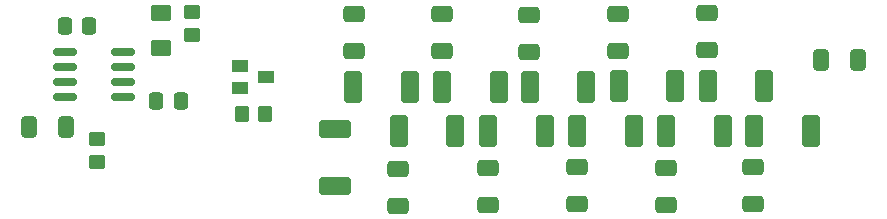
<source format=gbr>
%TF.GenerationSoftware,KiCad,Pcbnew,8.0.2*%
%TF.CreationDate,2024-06-27T01:20:11-06:00*%
%TF.ProjectId,2024_NE555_ChargePump,32303234-5f4e-4453-9535-355f43686172,rev?*%
%TF.SameCoordinates,Original*%
%TF.FileFunction,Paste,Top*%
%TF.FilePolarity,Positive*%
%FSLAX46Y46*%
G04 Gerber Fmt 4.6, Leading zero omitted, Abs format (unit mm)*
G04 Created by KiCad (PCBNEW 8.0.2) date 2024-06-27 01:20:11*
%MOMM*%
%LPD*%
G01*
G04 APERTURE LIST*
G04 Aperture macros list*
%AMRoundRect*
0 Rectangle with rounded corners*
0 $1 Rounding radius*
0 $2 $3 $4 $5 $6 $7 $8 $9 X,Y pos of 4 corners*
0 Add a 4 corners polygon primitive as box body*
4,1,4,$2,$3,$4,$5,$6,$7,$8,$9,$2,$3,0*
0 Add four circle primitives for the rounded corners*
1,1,$1+$1,$2,$3*
1,1,$1+$1,$4,$5*
1,1,$1+$1,$6,$7*
1,1,$1+$1,$8,$9*
0 Add four rect primitives between the rounded corners*
20,1,$1+$1,$2,$3,$4,$5,0*
20,1,$1+$1,$4,$5,$6,$7,0*
20,1,$1+$1,$6,$7,$8,$9,0*
20,1,$1+$1,$8,$9,$2,$3,0*%
G04 Aperture macros list end*
%ADD10RoundRect,0.250000X0.500000X1.100000X-0.500000X1.100000X-0.500000X-1.100000X0.500000X-1.100000X0*%
%ADD11RoundRect,0.250000X-0.650000X0.412500X-0.650000X-0.412500X0.650000X-0.412500X0.650000X0.412500X0*%
%ADD12RoundRect,0.250000X0.650000X-0.412500X0.650000X0.412500X-0.650000X0.412500X-0.650000X-0.412500X0*%
%ADD13RoundRect,0.250000X0.412500X0.650000X-0.412500X0.650000X-0.412500X-0.650000X0.412500X-0.650000X0*%
%ADD14RoundRect,0.250000X-0.450000X0.350000X-0.450000X-0.350000X0.450000X-0.350000X0.450000X0.350000X0*%
%ADD15RoundRect,0.250000X0.450000X-0.350000X0.450000X0.350000X-0.450000X0.350000X-0.450000X-0.350000X0*%
%ADD16RoundRect,0.250000X-0.337500X-0.475000X0.337500X-0.475000X0.337500X0.475000X-0.337500X0.475000X0*%
%ADD17RoundRect,0.250000X-0.350000X-0.450000X0.350000X-0.450000X0.350000X0.450000X-0.350000X0.450000X0*%
%ADD18RoundRect,0.250000X-1.100000X0.500000X-1.100000X-0.500000X1.100000X-0.500000X1.100000X0.500000X0*%
%ADD19RoundRect,0.150000X0.825000X0.150000X-0.825000X0.150000X-0.825000X-0.150000X0.825000X-0.150000X0*%
%ADD20R,1.400000X1.000000*%
%ADD21RoundRect,0.250001X-0.624999X0.462499X-0.624999X-0.462499X0.624999X-0.462499X0.624999X0.462499X0*%
G04 APERTURE END LIST*
D10*
%TO.C,D12*%
X168237200Y-74041000D03*
X173037200Y-74041000D03*
%TD*%
%TO.C,D7*%
X154038000Y-70332600D03*
X149238000Y-70332600D03*
%TD*%
D11*
%TO.C,C14*%
X168173400Y-80200900D03*
X168173400Y-77075900D03*
%TD*%
D10*
%TO.C,D11*%
X164300200Y-70205600D03*
X169100200Y-70205600D03*
%TD*%
%TO.C,D10*%
X160820400Y-74041000D03*
X165620400Y-74041000D03*
%TD*%
%TO.C,D9*%
X156781800Y-70205600D03*
X161581800Y-70205600D03*
%TD*%
%TO.C,D8*%
X158076600Y-74015600D03*
X153276600Y-74015600D03*
%TD*%
D12*
%TO.C,C13*%
X164287200Y-67196100D03*
X164287200Y-64071100D03*
%TD*%
D11*
%TO.C,C12*%
X160807400Y-77126700D03*
X160807400Y-80251700D03*
%TD*%
D12*
%TO.C,C11*%
X156718000Y-67208400D03*
X156718000Y-64083400D03*
%TD*%
D11*
%TO.C,C10*%
X153263600Y-77075900D03*
X153263600Y-80200900D03*
%TD*%
D12*
%TO.C,C9*%
X149148800Y-67323100D03*
X149148800Y-64198100D03*
%TD*%
D10*
%TO.C,D4*%
X142938200Y-74015600D03*
X138138200Y-74015600D03*
%TD*%
D11*
%TO.C,C5*%
X138074400Y-77240600D03*
X138074400Y-80365600D03*
%TD*%
D13*
%TO.C,C8*%
X173926100Y-68021200D03*
X177051100Y-68021200D03*
%TD*%
D14*
%TO.C,R3*%
X120650000Y-63922400D03*
X120650000Y-65922400D03*
%TD*%
D10*
%TO.C,D6*%
X150495000Y-74015600D03*
X145695000Y-74015600D03*
%TD*%
D11*
%TO.C,C7*%
X145745200Y-77152100D03*
X145745200Y-80277100D03*
%TD*%
D15*
%TO.C,R4*%
X112572800Y-76666600D03*
X112572800Y-74666600D03*
%TD*%
D16*
%TO.C,C1*%
X109884300Y-65125600D03*
X111959300Y-65125600D03*
%TD*%
D10*
%TO.C,D5*%
X146646600Y-70307200D03*
X141846600Y-70307200D03*
%TD*%
D12*
%TO.C,C6*%
X141833600Y-67246900D03*
X141833600Y-64121900D03*
%TD*%
D17*
%TO.C,R1*%
X124864800Y-72618600D03*
X126864800Y-72618600D03*
%TD*%
D16*
%TO.C,C2*%
X117631300Y-71501000D03*
X119706300Y-71501000D03*
%TD*%
D18*
%TO.C,D1*%
X132740400Y-78638400D03*
X132740400Y-73838400D03*
%TD*%
D19*
%TO.C,U1*%
X114844600Y-71142400D03*
X114844600Y-69872400D03*
X114844600Y-68602400D03*
X114844600Y-67332400D03*
X109894600Y-67332400D03*
X109894600Y-68602400D03*
X109894600Y-69872400D03*
X109894600Y-71142400D03*
%TD*%
D13*
%TO.C,C3*%
X109969700Y-73660000D03*
X106844700Y-73660000D03*
%TD*%
D10*
%TO.C,D3*%
X139115200Y-70307200D03*
X134315200Y-70307200D03*
%TD*%
D12*
%TO.C,C4*%
X134391400Y-67221500D03*
X134391400Y-64096500D03*
%TD*%
D20*
%TO.C,Q1*%
X124714000Y-68493600D03*
X126914000Y-69443600D03*
X124714000Y-70393600D03*
%TD*%
D21*
%TO.C,D2*%
X118008400Y-64044500D03*
X118008400Y-67019500D03*
%TD*%
M02*

</source>
